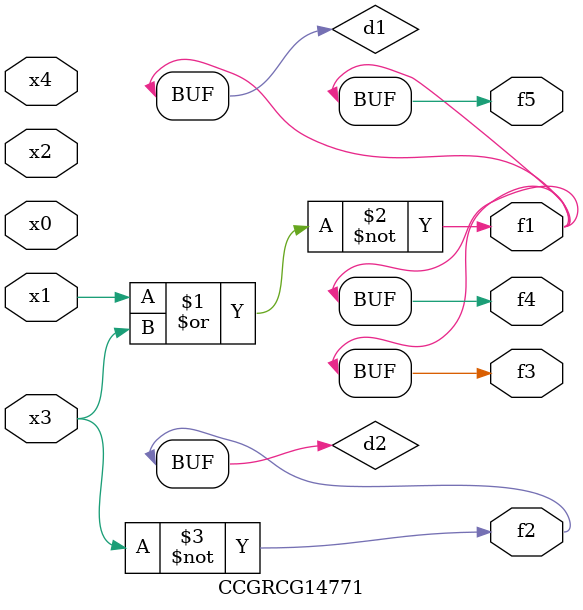
<source format=v>
module CCGRCG14771(
	input x0, x1, x2, x3, x4,
	output f1, f2, f3, f4, f5
);

	wire d1, d2;

	nor (d1, x1, x3);
	not (d2, x3);
	assign f1 = d1;
	assign f2 = d2;
	assign f3 = d1;
	assign f4 = d1;
	assign f5 = d1;
endmodule

</source>
